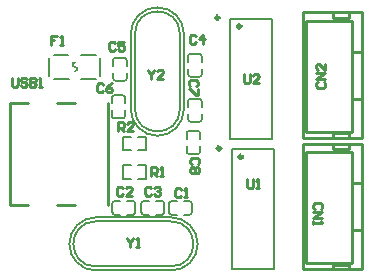
<source format=gto>
G04*
G04 #@! TF.GenerationSoftware,Altium Limited,Altium Designer,22.0.2 (36)*
G04*
G04 Layer_Color=65535*
%FSLAX24Y24*%
%MOIN*%
G70*
G04*
G04 #@! TF.SameCoordinates,46051EB8-178F-4A71-8072-0C991FAB0142*
G04*
G04*
G04 #@! TF.FilePolarity,Positive*
G04*
G01*
G75*
%ADD10C,0.0060*%
%ADD11C,0.0079*%
%ADD12C,0.0118*%
%ADD13C,0.0060*%
%ADD14C,0.0100*%
D10*
X3700Y5450D02*
G03*
X5200Y5450I750J0D01*
G01*
Y7950D02*
G03*
X3700Y7950I-750J0D01*
G01*
X3564Y5449D02*
G03*
X5336Y5440I886J-9D01*
G01*
X5336Y7941D02*
G03*
X3564Y7950I-886J9D01*
G01*
X4900Y200D02*
G03*
X4900Y1700I0J750D01*
G01*
X2400D02*
G03*
X2400Y200I0J-750D01*
G01*
X4901Y64D02*
G03*
X4910Y1836I9J886D01*
G01*
X2409Y1836D02*
G03*
X2400Y64I-9J-886D01*
G01*
X5200Y5450D02*
Y7950D01*
X3700Y5450D02*
Y7950D01*
X3564Y5449D02*
Y7950D01*
X5336Y5440D02*
Y7941D01*
X2400Y1700D02*
X4900D01*
X2400Y200D02*
X4900D01*
X2400Y64D02*
X4901D01*
X2409Y1836D02*
X4910D01*
X6884Y4451D02*
Y8448D01*
Y4451D02*
X8278D01*
Y8448D01*
X6884D02*
X8278D01*
X6934Y101D02*
Y4098D01*
Y101D02*
X8328D01*
Y4098D01*
X6934D02*
X8328D01*
X1900Y7250D02*
X2400D01*
X1000D02*
X1486D01*
X1000Y6450D02*
X1500D01*
X1900D02*
X2400D01*
D11*
X5790Y3949D02*
G03*
X5876Y4035I0J87D01*
G01*
X5424D02*
G03*
X5510Y3949I87J0D01*
G01*
X5876Y4630D02*
G03*
X5790Y4717I-87J0D01*
G01*
X5510D02*
G03*
X5424Y4630I0J-87D01*
G01*
X3290Y5133D02*
G03*
X3376Y5220I0J87D01*
G01*
X2924D02*
G03*
X3010Y5133I87J0D01*
G01*
X3376Y5815D02*
G03*
X3290Y5901I-87J0D01*
G01*
X3010D02*
G03*
X2924Y5815I0J-87D01*
G01*
X3340Y6383D02*
G03*
X3426Y6470I0J87D01*
G01*
X2974D02*
G03*
X3060Y6383I87J0D01*
G01*
X3426Y7065D02*
G03*
X3340Y7151I-87J0D01*
G01*
X3060D02*
G03*
X2974Y7065I0J-87D01*
G01*
X5560Y5784D02*
G03*
X5474Y5697I0J-87D01*
G01*
X5926D02*
G03*
X5840Y5784I-87J0D01*
G01*
X5474Y5103D02*
G03*
X5560Y5016I87J0D01*
G01*
X5840D02*
G03*
X5926Y5103I0J87D01*
G01*
X5601Y2290D02*
G03*
X5515Y2376I-87J0D01*
G01*
Y1924D02*
G03*
X5601Y2010I0J87D01*
G01*
X4920Y2376D02*
G03*
X4833Y2290I0J-87D01*
G01*
Y2010D02*
G03*
X4920Y1924I87J0D01*
G01*
X2949Y2010D02*
G03*
X3035Y1924I87J0D01*
G01*
Y2376D02*
G03*
X2949Y2290I0J-87D01*
G01*
X3630Y1924D02*
G03*
X3717Y2010I0J87D01*
G01*
Y2290D02*
G03*
X3630Y2376I-87J0D01*
G01*
X3916Y2010D02*
G03*
X4003Y1924I87J0D01*
G01*
Y2376D02*
G03*
X3916Y2290I0J-87D01*
G01*
X4597Y1924D02*
G03*
X4684Y2010I0J87D01*
G01*
Y2290D02*
G03*
X4597Y2376I-87J0D01*
G01*
X5840Y6516D02*
G03*
X5926Y6603I0J87D01*
G01*
X5474D02*
G03*
X5560Y6516I87J0D01*
G01*
X5926Y7197D02*
G03*
X5840Y7284I-87J0D01*
G01*
X5560D02*
G03*
X5474Y7197I0J-87D01*
G01*
X5510Y3949D02*
X5790D01*
X5876Y4037D02*
Y4215D01*
X5424Y4037D02*
Y4215D01*
X5876Y4451D02*
Y4628D01*
X5424Y4451D02*
Y4628D01*
X5510Y4717D02*
X5790D01*
X3010Y5133D02*
X3290D01*
X3376Y5222D02*
Y5399D01*
X2924Y5222D02*
Y5399D01*
X3376Y5635D02*
Y5813D01*
X2924Y5635D02*
Y5813D01*
X3010Y5901D02*
X3290D01*
X3060Y6383D02*
X3340D01*
X3426Y6472D02*
Y6649D01*
X2974Y6472D02*
Y6649D01*
X3426Y6885D02*
Y7063D01*
X2974Y6885D02*
Y7063D01*
X3060Y7151D02*
X3340D01*
X5560Y5784D02*
X5840D01*
X5474Y5518D02*
Y5695D01*
X5926Y5518D02*
Y5695D01*
X5474Y5105D02*
Y5282D01*
X5926Y5105D02*
Y5282D01*
X5560Y5016D02*
X5840D01*
X5601Y2010D02*
Y2290D01*
X5335Y2376D02*
X5513D01*
X5335Y1924D02*
X5513D01*
X4922Y2376D02*
X5099D01*
X4922Y1924D02*
X5099D01*
X4833Y2010D02*
Y2290D01*
X3818Y4074D02*
X4084D01*
X3316D02*
X3582D01*
X3818Y4526D02*
X4084D01*
X3316D02*
X3582D01*
X4084Y4074D02*
Y4526D01*
X3316Y4074D02*
Y4526D01*
X3818Y3124D02*
X4084D01*
X3316D02*
X3582D01*
X3818Y3576D02*
X4084D01*
X3316D02*
X3582D01*
X4084Y3124D02*
Y3576D01*
X3316Y3124D02*
Y3576D01*
X2949Y2010D02*
Y2290D01*
X3037Y1924D02*
X3215D01*
X3037Y2376D02*
X3215D01*
X3451Y1924D02*
X3628D01*
X3451Y2376D02*
X3628D01*
X3717Y2010D02*
Y2290D01*
X3916Y2010D02*
Y2290D01*
X4005Y1924D02*
X4182D01*
X4005Y2376D02*
X4182D01*
X4418Y1924D02*
X4595D01*
X4418Y2376D02*
X4595D01*
X4684Y2010D02*
Y2290D01*
X5560Y6516D02*
X5840D01*
X5926Y6605D02*
Y6782D01*
X5474Y6605D02*
Y6782D01*
X5926Y7018D02*
Y7195D01*
X5474Y7018D02*
Y7195D01*
X5560Y7284D02*
X5840D01*
D12*
X6509Y8488D02*
G03*
X6509Y8488I-59J0D01*
G01*
X7239Y8200D02*
G03*
X7239Y8200I-59J0D01*
G01*
X6559Y4138D02*
G03*
X6559Y4138I-59J0D01*
G01*
X7289Y3850D02*
G03*
X7289Y3850I-59J0D01*
G01*
D13*
X1700Y6700D02*
G03*
X1700Y6850I0J75D01*
G01*
Y7000D02*
G03*
X1700Y6850I0J-75D01*
G01*
X850Y6550D02*
Y7150D01*
X2550Y6550D02*
Y7150D01*
D14*
X9310Y4293D02*
X11259D01*
X9310Y100D02*
Y4293D01*
Y100D02*
X11278D01*
Y4293D01*
X11219D02*
X11278D01*
X10294Y4115D02*
Y4293D01*
Y4115D02*
X10822D01*
Y4293D01*
X10294Y100D02*
Y257D01*
X10825D01*
Y100D02*
Y257D01*
X10924Y316D02*
Y4017D01*
X10806Y316D02*
X10924D01*
X9408D02*
X10885D01*
X9408D02*
Y4017D01*
X10924D01*
Y2969D02*
X11278D01*
X10924Y1397D02*
X11278D01*
X9310Y8668D02*
X11259D01*
X9310Y4475D02*
Y8668D01*
Y4475D02*
X11278D01*
Y8668D01*
X11219D02*
X11278D01*
X10294Y8490D02*
Y8668D01*
Y8490D02*
X10822D01*
Y8668D01*
X10294Y4475D02*
Y4632D01*
X10825D01*
Y4475D02*
Y4632D01*
X10924Y4691D02*
Y8392D01*
X10806Y4691D02*
X10924D01*
X9408D02*
X10885D01*
X9408D02*
Y8392D01*
X10924D01*
Y7344D02*
X11278D01*
X10924Y5772D02*
X11278D01*
X2800Y2250D02*
Y5650D01*
X1100Y2250D02*
X1700D01*
X-450Y5650D02*
X150D01*
X-450Y2250D02*
Y5650D01*
Y2250D02*
X150D01*
X1100Y5650D02*
X1700D01*
X4150Y6750D02*
Y6700D01*
X4250Y6600D01*
X4350Y6700D01*
Y6750D01*
X4250Y6600D02*
Y6450D01*
X4650D02*
X4450D01*
X4650Y6650D01*
Y6700D01*
X4600Y6750D01*
X4500D01*
X4450Y6700D01*
X3450Y1150D02*
Y1100D01*
X3550Y1000D01*
X3650Y1100D01*
Y1150D01*
X3550Y1000D02*
Y850D01*
X3750D02*
X3850D01*
X3800D01*
Y1150D01*
X3750Y1100D01*
X-410Y6480D02*
Y6230D01*
X-360Y6180D01*
X-260D01*
X-210Y6230D01*
Y6480D01*
X90Y6430D02*
X40Y6480D01*
X-60D01*
X-110Y6430D01*
Y6380D01*
X-60Y6330D01*
X40D01*
X90Y6280D01*
Y6230D01*
X40Y6180D01*
X-60D01*
X-110Y6230D01*
X190Y6480D02*
Y6180D01*
X340D01*
X390Y6230D01*
Y6280D01*
X340Y6330D01*
X190D01*
X340D01*
X390Y6380D01*
Y6430D01*
X340Y6480D01*
X190D01*
X490Y6180D02*
X590D01*
X540D01*
Y6480D01*
X490Y6430D01*
X7331Y6600D02*
Y6350D01*
X7381Y6300D01*
X7481D01*
X7531Y6350D01*
Y6600D01*
X7831Y6300D02*
X7631D01*
X7831Y6500D01*
Y6550D01*
X7781Y6600D01*
X7681D01*
X7631Y6550D01*
X7450Y3100D02*
Y2850D01*
X7500Y2800D01*
X7600D01*
X7650Y2850D01*
Y3100D01*
X7750Y2800D02*
X7850D01*
X7800D01*
Y3100D01*
X7750Y3050D01*
X3150Y4700D02*
Y5000D01*
X3300D01*
X3350Y4950D01*
Y4850D01*
X3300Y4800D01*
X3150D01*
X3250D02*
X3350Y4700D01*
X3650D02*
X3450D01*
X3650Y4900D01*
Y4950D01*
X3600Y5000D01*
X3500D01*
X3450Y4950D01*
X4250Y3200D02*
Y3500D01*
X4400D01*
X4450Y3450D01*
Y3350D01*
X4400Y3300D01*
X4250D01*
X4350D02*
X4450Y3200D01*
X4550D02*
X4650D01*
X4600D01*
Y3500D01*
X4550Y3450D01*
X1120Y7880D02*
X920D01*
Y7730D01*
X1020D01*
X920D01*
Y7580D01*
X1220D02*
X1320D01*
X1270D01*
Y7880D01*
X1220Y7830D01*
X9800Y6350D02*
X9750Y6300D01*
Y6200D01*
X9800Y6150D01*
X10000D01*
X10050Y6200D01*
Y6300D01*
X10000Y6350D01*
X10050Y6450D02*
X9750D01*
X10050Y6650D01*
X9750D01*
X10050Y6950D02*
Y6750D01*
X9850Y6950D01*
X9800D01*
X9750Y6900D01*
Y6800D01*
X9800Y6750D01*
X9900Y2100D02*
X9950Y2150D01*
Y2250D01*
X9900Y2300D01*
X9700D01*
X9650Y2250D01*
Y2150D01*
X9700Y2100D01*
X9650Y2000D02*
X9950D01*
X9650Y1800D01*
X9950D01*
X9650Y1700D02*
Y1600D01*
Y1650D01*
X9950D01*
X9900Y1700D01*
X5800Y3600D02*
X5850Y3650D01*
Y3750D01*
X5800Y3800D01*
X5600D01*
X5550Y3750D01*
Y3650D01*
X5600Y3600D01*
X5800Y3500D02*
X5850Y3450D01*
Y3350D01*
X5800Y3300D01*
X5750D01*
X5700Y3350D01*
X5650Y3300D01*
X5600D01*
X5550Y3350D01*
Y3450D01*
X5600Y3500D01*
X5650D01*
X5700Y3450D01*
X5750Y3500D01*
X5800D01*
X5700Y3450D02*
Y3350D01*
X5750Y6200D02*
X5800Y6250D01*
Y6350D01*
X5750Y6400D01*
X5550D01*
X5500Y6350D01*
Y6250D01*
X5550Y6200D01*
X5800Y6100D02*
Y5900D01*
X5750D01*
X5550Y6100D01*
X5500D01*
X2650Y6250D02*
X2600Y6300D01*
X2500D01*
X2450Y6250D01*
Y6050D01*
X2500Y6000D01*
X2600D01*
X2650Y6050D01*
X2950Y6300D02*
X2850Y6250D01*
X2750Y6150D01*
Y6050D01*
X2800Y6000D01*
X2900D01*
X2950Y6050D01*
Y6100D01*
X2900Y6150D01*
X2750D01*
X3050Y7635D02*
X3000Y7685D01*
X2900D01*
X2850Y7635D01*
Y7435D01*
X2900Y7385D01*
X3000D01*
X3050Y7435D01*
X3350Y7685D02*
X3150D01*
Y7535D01*
X3250Y7585D01*
X3300D01*
X3350Y7535D01*
Y7435D01*
X3300Y7385D01*
X3200D01*
X3150Y7435D01*
X5730Y7870D02*
X5680Y7920D01*
X5580D01*
X5530Y7870D01*
Y7670D01*
X5580Y7620D01*
X5680D01*
X5730Y7670D01*
X5980Y7620D02*
Y7920D01*
X5830Y7770D01*
X6030D01*
X4250Y2800D02*
X4200Y2850D01*
X4100D01*
X4050Y2800D01*
Y2600D01*
X4100Y2550D01*
X4200D01*
X4250Y2600D01*
X4350Y2800D02*
X4400Y2850D01*
X4500D01*
X4550Y2800D01*
Y2750D01*
X4500Y2700D01*
X4450D01*
X4500D01*
X4550Y2650D01*
Y2600D01*
X4500Y2550D01*
X4400D01*
X4350Y2600D01*
X3300Y2800D02*
X3250Y2850D01*
X3150D01*
X3100Y2800D01*
Y2600D01*
X3150Y2550D01*
X3250D01*
X3300Y2600D01*
X3600Y2550D02*
X3400D01*
X3600Y2750D01*
Y2800D01*
X3550Y2850D01*
X3450D01*
X3400Y2800D01*
X5250Y2750D02*
X5200Y2800D01*
X5100D01*
X5050Y2750D01*
Y2550D01*
X5100Y2500D01*
X5200D01*
X5250Y2550D01*
X5350Y2500D02*
X5450D01*
X5400D01*
Y2800D01*
X5350Y2750D01*
M02*

</source>
